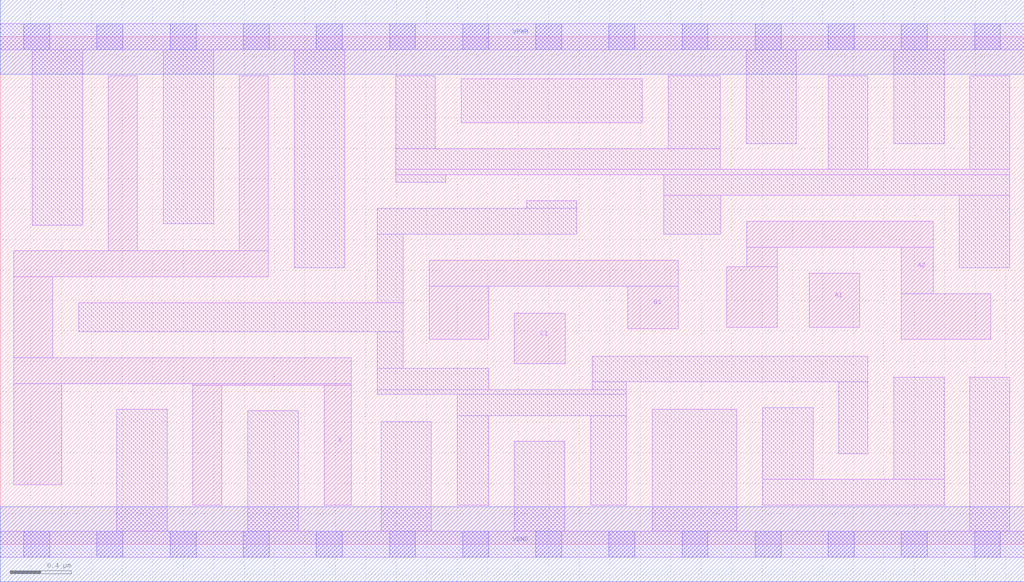
<source format=lef>
# Copyright 2020 The SkyWater PDK Authors
#
# Licensed under the Apache License, Version 2.0 (the "License");
# you may not use this file except in compliance with the License.
# You may obtain a copy of the License at
#
#     https://www.apache.org/licenses/LICENSE-2.0
#
# Unless required by applicable law or agreed to in writing, software
# distributed under the License is distributed on an "AS IS" BASIS,
# WITHOUT WARRANTIES OR CONDITIONS OF ANY KIND, either express or implied.
# See the License for the specific language governing permissions and
# limitations under the License.
#
# SPDX-License-Identifier: Apache-2.0

VERSION 5.7 ;
  NAMESCASESENSITIVE ON ;
  NOWIREEXTENSIONATPIN ON ;
  DIVIDERCHAR "/" ;
  BUSBITCHARS "[]" ;
UNITS
  DATABASE MICRONS 200 ;
END UNITS
MACRO sky130_fd_sc_lp__a211o_4
  CLASS CORE ;
  FOREIGN sky130_fd_sc_lp__a211o_4 ;
  ORIGIN  0.000000  0.000000 ;
  SIZE  6.720000 BY  3.330000 ;
  SYMMETRY X Y R90 ;
  SITE unit ;
  PIN A1
    ANTENNAGATEAREA  0.630000 ;
    DIRECTION INPUT ;
    USE SIGNAL ;
    PORT
      LAYER li1 ;
        RECT 5.310000 1.425000 5.640000 1.780000 ;
    END
  END A1
  PIN A2
    ANTENNAGATEAREA  0.630000 ;
    DIRECTION INPUT ;
    USE SIGNAL ;
    PORT
      LAYER li1 ;
        RECT 4.770000 1.425000 5.100000 1.820000 ;
        RECT 4.900000 1.820000 5.100000 1.950000 ;
        RECT 4.900000 1.950000 6.125000 2.120000 ;
        RECT 5.915000 1.345000 6.500000 1.645000 ;
        RECT 5.915000 1.645000 6.125000 1.950000 ;
    END
  END A2
  PIN B1
    ANTENNAGATEAREA  0.630000 ;
    DIRECTION INPUT ;
    USE SIGNAL ;
    PORT
      LAYER li1 ;
        RECT 2.815000 1.345000 3.205000 1.695000 ;
        RECT 2.815000 1.695000 4.450000 1.865000 ;
        RECT 4.120000 1.415000 4.450000 1.695000 ;
    END
  END B1
  PIN C1
    ANTENNAGATEAREA  0.630000 ;
    DIRECTION INPUT ;
    USE SIGNAL ;
    PORT
      LAYER li1 ;
        RECT 3.375000 1.185000 3.710000 1.515000 ;
    END
  END C1
  PIN X
    ANTENNADIFFAREA  1.188600 ;
    DIRECTION OUTPUT ;
    USE SIGNAL ;
    PORT
      LAYER li1 ;
        RECT 0.090000 0.390000 0.405000 1.055000 ;
        RECT 0.090000 1.055000 2.305000 1.225000 ;
        RECT 0.090000 1.225000 0.345000 1.755000 ;
        RECT 0.090000 1.755000 1.760000 1.925000 ;
        RECT 0.710000 1.925000 0.900000 3.075000 ;
        RECT 1.265000 0.255000 1.455000 1.045000 ;
        RECT 1.265000 1.045000 2.305000 1.055000 ;
        RECT 1.570000 1.925000 1.760000 3.075000 ;
        RECT 2.125000 0.255000 2.305000 1.045000 ;
    END
  END X
  PIN VGND
    DIRECTION INOUT ;
    USE GROUND ;
    PORT
      LAYER met1 ;
        RECT 0.000000 -0.245000 6.720000 0.245000 ;
    END
  END VGND
  PIN VPWR
    DIRECTION INOUT ;
    USE POWER ;
    PORT
      LAYER met1 ;
        RECT 0.000000 3.085000 6.720000 3.575000 ;
    END
  END VPWR
  OBS
    LAYER li1 ;
      RECT 0.000000 -0.085000 6.720000 0.085000 ;
      RECT 0.000000  3.245000 6.720000 3.415000 ;
      RECT 0.210000  2.095000 0.540000 3.245000 ;
      RECT 0.515000  1.395000 2.645000 1.585000 ;
      RECT 0.765000  0.085000 1.095000 0.885000 ;
      RECT 1.070000  2.105000 1.400000 3.245000 ;
      RECT 1.625000  0.085000 1.955000 0.875000 ;
      RECT 1.930000  1.815000 2.260000 3.245000 ;
      RECT 2.475000  0.985000 4.110000 1.015000 ;
      RECT 2.475000  1.015000 3.205000 1.155000 ;
      RECT 2.475000  1.155000 2.645000 1.395000 ;
      RECT 2.475000  1.585000 2.645000 2.035000 ;
      RECT 2.475000  2.035000 3.785000 2.205000 ;
      RECT 2.500000  0.085000 2.830000 0.805000 ;
      RECT 2.595000  2.375000 2.925000 2.425000 ;
      RECT 2.595000  2.425000 6.625000 2.460000 ;
      RECT 2.595000  2.460000 4.725000 2.595000 ;
      RECT 2.595000  2.595000 2.855000 3.075000 ;
      RECT 3.000000  0.255000 3.205000 0.845000 ;
      RECT 3.000000  0.845000 4.110000 0.985000 ;
      RECT 3.025000  2.765000 4.215000 3.055000 ;
      RECT 3.375000  0.085000 3.705000 0.675000 ;
      RECT 3.455000  2.205000 3.785000 2.255000 ;
      RECT 3.875000  0.255000 4.110000 0.845000 ;
      RECT 3.885000  1.015000 4.110000 1.065000 ;
      RECT 3.885000  1.065000 5.695000 1.235000 ;
      RECT 4.280000  0.085000 4.835000 0.885000 ;
      RECT 4.355000  2.035000 4.730000 2.290000 ;
      RECT 4.355000  2.290000 6.625000 2.425000 ;
      RECT 4.385000  2.595000 4.725000 3.075000 ;
      RECT 4.895000  2.630000 5.225000 3.245000 ;
      RECT 5.005000  0.255000 6.195000 0.425000 ;
      RECT 5.005000  0.425000 5.335000 0.895000 ;
      RECT 5.435000  2.460000 5.695000 3.075000 ;
      RECT 5.505000  0.595000 5.695000 1.065000 ;
      RECT 5.865000  0.425000 6.195000 1.095000 ;
      RECT 5.865000  2.630000 6.195000 3.245000 ;
      RECT 6.295000  1.815000 6.625000 2.290000 ;
      RECT 6.365000  0.085000 6.625000 1.095000 ;
      RECT 6.365000  2.460000 6.625000 3.075000 ;
    LAYER mcon ;
      RECT 0.155000 -0.085000 0.325000 0.085000 ;
      RECT 0.155000  3.245000 0.325000 3.415000 ;
      RECT 0.635000 -0.085000 0.805000 0.085000 ;
      RECT 0.635000  3.245000 0.805000 3.415000 ;
      RECT 1.115000 -0.085000 1.285000 0.085000 ;
      RECT 1.115000  3.245000 1.285000 3.415000 ;
      RECT 1.595000 -0.085000 1.765000 0.085000 ;
      RECT 1.595000  3.245000 1.765000 3.415000 ;
      RECT 2.075000 -0.085000 2.245000 0.085000 ;
      RECT 2.075000  3.245000 2.245000 3.415000 ;
      RECT 2.555000 -0.085000 2.725000 0.085000 ;
      RECT 2.555000  3.245000 2.725000 3.415000 ;
      RECT 3.035000 -0.085000 3.205000 0.085000 ;
      RECT 3.035000  3.245000 3.205000 3.415000 ;
      RECT 3.515000 -0.085000 3.685000 0.085000 ;
      RECT 3.515000  3.245000 3.685000 3.415000 ;
      RECT 3.995000 -0.085000 4.165000 0.085000 ;
      RECT 3.995000  3.245000 4.165000 3.415000 ;
      RECT 4.475000 -0.085000 4.645000 0.085000 ;
      RECT 4.475000  3.245000 4.645000 3.415000 ;
      RECT 4.955000 -0.085000 5.125000 0.085000 ;
      RECT 4.955000  3.245000 5.125000 3.415000 ;
      RECT 5.435000 -0.085000 5.605000 0.085000 ;
      RECT 5.435000  3.245000 5.605000 3.415000 ;
      RECT 5.915000 -0.085000 6.085000 0.085000 ;
      RECT 5.915000  3.245000 6.085000 3.415000 ;
      RECT 6.395000 -0.085000 6.565000 0.085000 ;
      RECT 6.395000  3.245000 6.565000 3.415000 ;
  END
END sky130_fd_sc_lp__a211o_4
END LIBRARY

</source>
